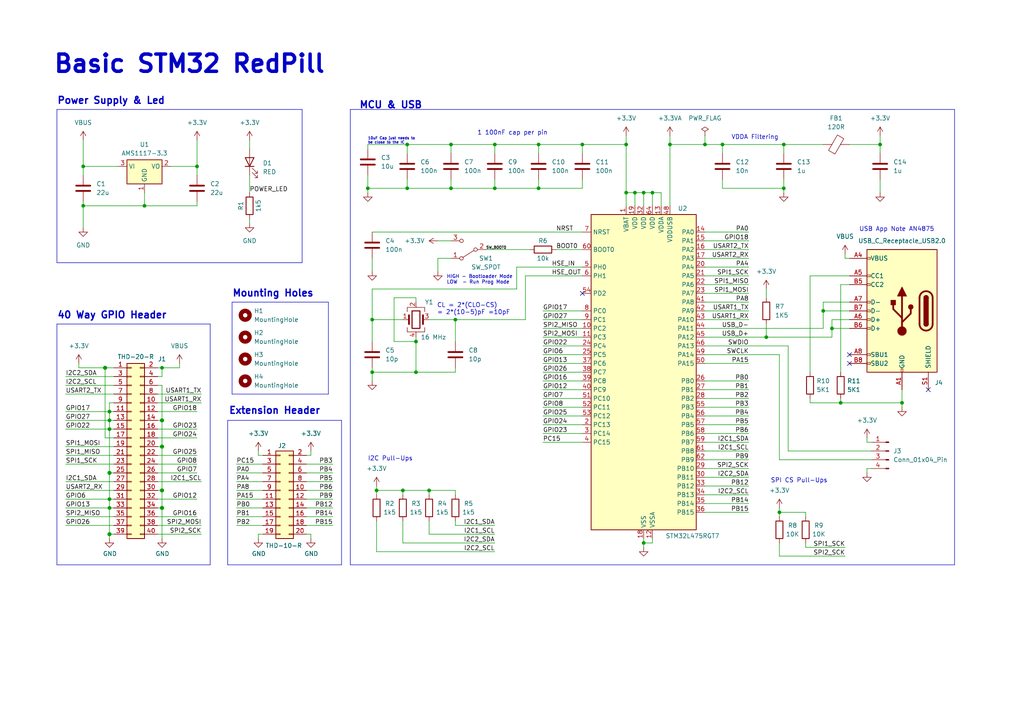
<source format=kicad_sch>
(kicad_sch (version 20250114) (generator "eeschema") (generator_version "9.0")
  (paper "A4")
  (title_block (title "Basic STM32 Redpill") (date "2025-06-16") (rev "0.1") (company "ADS"))
  (text "Power Supply & Led" (at 16.51 30.48 0) (effects (font (size 2 2) (thickness 0.4) (bold yes)) (justify left bottom)))
  (text "Mounting Holes" (at 67.31 86.36 0) (effects (font (size 2 2) (thickness 0.4) (bold yes)) (justify left bottom)))
  (text "I2C Pull-Ups" (at 106.68 133.858 0) (effects (font (size 1.27 1.27)) (justify left bottom)))
  (text "USB App Note AN4875" (at 249.174 67.31 0) (effects (font (size 1.27 1.27)) (justify left bottom)))
  (text "10uF Cap just needs to\nbe close to the IC\n" (at 106.68 41.91 0) (effects (font (size 0.75 0.75)) (justify left bottom)))
  (text "HIGH - Bootloader Mode\nLOW  - Run Prog Mode" (at 129.54 82.55 0) (effects (font (size 1 1)) (justify left bottom)))
  (text "Extension Header" (at 66.294 120.396 0) (effects (font (size 2 2) (thickness 0.4) (bold yes)) (justify left bottom)))
  (text "40 Way GPIO Header" (at 16.51 92.71 0) (effects (font (size 2 2) (thickness 0.4) (bold yes)) (justify left bottom)))
  (text "SPI CS Pull-Ups" (at 223.52 140.208 0) (effects (font (size 1.27 1.27)) (justify left bottom)))
  (text "VDDA Filtering" (at 212.09 40.64 0) (effects (font (size 1.27 1.27)) (justify left bottom)))
  (text "CL = 2*(CLO-CS) \n= 2*(10-5)pF =10pF" (at 126.746 91.44 0) (effects (font (size 1.27 1.27)) (justify left bottom)))
  (text "Basic STM32 RedPill" (at 15.24 21.59 0) (effects (font (size 5 5) (bold yes)) (justify left bottom)))
  (text "MCU & USB\n" (at 104.14 31.75 0) (effects (font (size 2 2) (bold yes)) (justify left bottom)))
  (text "1 100nF cap per pin\n" (at 138.43 39.37 0) (effects (font (size 1.27 1.27)) (justify left bottom)))
  (junction (at 31.75 124.46))
  (junction (at 132.08 92.71))
  (junction (at 31.75 119.38))
  (junction (at 46.99 129.54) (diameter 1.016))
  (junction (at 46.99 147.32) (diameter 1.016))
  (junction (at 120.65 107.95))
  (junction (at 41.91 59.69))
  (junction (at 130.81 41.91))
  (junction (at 24.13 48.26))
  (junction (at 46.99 121.92) (diameter 1.016))
  (junction (at 168.91 41.91))
  (junction (at 209.55 41.91))
  (junction (at 31.75 144.78))
  (junction (at 46.99 106.68))
  (junction (at 57.15 48.26))
  (junction (at 124.46 142.24))
  (junction (at 107.95 107.95))
  (junction (at 31.75 147.32))
  (junction (at 107.95 92.71))
  (junction (at 156.21 54.61))
  (junction (at 109.22 142.24))
  (junction (at 46.99 142.24) (diameter 1.016))
  (junction (at 227.33 41.91))
  (junction (at 241.3 95.25))
  (junction (at 31.75 137.16) (diameter 1.016))
  (junction (at 130.81 54.61))
  (junction (at 31.75 154.94) (diameter 1.016))
  (junction (at 116.84 142.24))
  (junction (at 143.51 41.91))
  (junction (at 226.06 148.59))
  (junction (at 30.48 106.68) (diameter 1.016))
  (junction (at 261.62 116.84))
  (junction (at 118.11 41.91))
  (junction (at 181.61 41.91))
  (junction (at 255.27 41.91))
  (junction (at 156.21 41.91))
  (junction (at 243.84 116.84))
  (junction (at 184.15 55.88))
  (junction (at 227.33 54.61))
  (junction (at 106.68 54.61))
  (junction (at 189.23 55.88))
  (junction (at 186.69 55.88))
  (junction (at 181.61 55.88))
  (junction (at 204.47 41.91))
  (junction (at 238.76 90.17))
  (junction (at 222.25 97.79))
  (junction (at 24.13 59.69))
  (junction (at 31.75 121.92))
  (junction (at 194.31 41.91))
  (junction (at 118.11 54.61))
  (junction (at 120.65 99.06))
  (junction (at 143.51 54.61))
  (junction (at 186.69 157.48))
  (no_connect (at 246.38 105.41))
  (no_connect (at 246.38 102.87))
  (no_connect (at 269.24 113.03))
  (no_connect (at 168.91 85.09))
  (wire (pts (xy 88.9 149.86) (xy 96.52 149.86)))
  (wire (pts (xy 234.95 115.57) (xy 234.95 116.84)))
  (wire (pts (xy 46.99 121.92) (xy 45.72 121.92)))
  (wire (pts (xy 31.75 154.94) (xy 31.75 156.21)))
  (wire (pts (xy 106.68 50.8) (xy 106.68 54.61)))
  (wire (pts (xy 106.68 54.61) (xy 118.11 54.61)))
  (wire (pts (xy 109.22 142.24) (xy 116.84 142.24)))
  (wire (pts (xy 107.95 107.95) (xy 107.95 110.49)))
  (wire (pts (xy 31.75 124.46) (xy 33.02 124.46)))
  (wire (pts (xy 241.3 95.25) (xy 241.3 92.71)))
  (wire (pts (xy 107.95 83.82) (xy 107.95 92.71)))
  (wire (pts (xy 204.47 67.31) (xy 217.17 67.31)))
  (polyline (pts (xy 95.25 114.3) (xy 67.31 114.3)))
  (wire (pts (xy 204.47 115.57) (xy 217.17 115.57)))
  (wire (pts (xy 19.05 111.76) (xy 33.02 111.76)))
  (wire (pts (xy 130.81 41.91) (xy 130.81 44.45)))
  (wire (pts (xy 19.05 121.92) (xy 31.75 121.92)))
  (wire (pts (xy 120.65 99.06) (xy 120.65 107.95)))
  (wire (pts (xy 74.93 132.08) (xy 76.2 132.08)))
  (wire (pts (xy 19.05 134.62) (xy 33.02 134.62)))
  (wire (pts (xy 204.47 82.55) (xy 217.17 82.55)))
  (wire (pts (xy 45.72 106.68) (xy 46.99 106.68)))
  (wire (pts (xy 157.48 125.73) (xy 168.91 125.73)))
  (wire (pts (xy 241.3 92.71) (xy 246.38 92.71)))
  (wire (pts (xy 194.31 39.37) (xy 194.31 41.91)))
  (wire (pts (xy 132.08 107.95) (xy 120.65 107.95)))
  (wire (pts (xy 116.84 151.13) (xy 116.84 157.48)))
  (wire (pts (xy 156.21 41.91) (xy 156.21 44.45)))
  (wire (pts (xy 118.11 41.91) (xy 130.81 41.91)))
  (wire (pts (xy 34.29 48.26) (xy 24.13 48.26)))
  (wire (pts (xy 156.21 41.91) (xy 168.91 41.91)))
  (wire (pts (xy 204.47 138.43) (xy 217.17 138.43)))
  (wire (pts (xy 157.48 128.27) (xy 168.91 128.27)))
  (wire (pts (xy 191.77 55.88) (xy 191.77 59.69)))
  (wire (pts (xy 204.47 102.87) (xy 226.06 102.87)))
  (wire (pts (xy 245.11 74.93) (xy 246.38 74.93)))
  (wire (pts (xy 246.38 87.63) (xy 238.76 87.63)))
  (wire (pts (xy 204.47 87.63) (xy 217.17 87.63)))
  (wire (pts (xy 109.22 140.97) (xy 109.22 142.24)))
  (wire (pts (xy 245.11 73.66) (xy 245.11 74.93)))
  (wire (pts (xy 31.75 144.78) (xy 33.02 144.78)))
  (wire (pts (xy 120.65 107.95) (xy 107.95 107.95)))
  (wire (pts (xy 168.91 54.61) (xy 168.91 52.07)))
  (wire (pts (xy 30.48 127) (xy 33.02 127)))
  (wire (pts (xy 46.99 147.32) (xy 46.99 142.24)))
  (wire (pts (xy 88.9 139.7) (xy 96.52 139.7)))
  (wire (pts (xy 161.29 72.39) (xy 168.91 72.39)))
  (wire (pts (xy 204.47 41.91) (xy 209.55 41.91)))
  (wire (pts (xy 88.9 137.16) (xy 96.52 137.16)))
  (wire (pts (xy 19.05 119.38) (xy 31.75 119.38)))
  (wire (pts (xy 30.48 106.68) (xy 30.48 127)))
  (wire (pts (xy 209.55 54.61) (xy 227.33 54.61)))
  (wire (pts (xy 130.81 41.91) (xy 143.51 41.91)))
  (wire (pts (xy 124.46 154.94) (xy 143.51 154.94)))
  (wire (pts (xy 251.46 128.27) (xy 252.73 128.27)))
  (wire (pts (xy 19.05 124.46) (xy 31.75 124.46)))
  (wire (pts (xy 107.95 74.93) (xy 107.95 78.74)))
  (wire (pts (xy 46.99 109.22) (xy 46.99 106.68)))
  (wire (pts (xy 204.47 110.49) (xy 217.17 110.49)))
  (wire (pts (xy 243.84 115.57) (xy 243.84 116.84)))
  (wire (pts (xy 157.48 90.17) (xy 168.91 90.17)))
  (wire (pts (xy 204.47 72.39) (xy 217.17 72.39)))
  (wire (pts (xy 68.58 149.86) (xy 76.2 149.86)))
  (wire (pts (xy 226.06 133.35) (xy 252.73 133.35)))
  (wire (pts (xy 114.3 99.06) (xy 120.65 99.06)))
  (wire (pts (xy 46.99 142.24) (xy 46.99 129.54)))
  (wire (pts (xy 132.08 92.71) (xy 132.08 99.06)))
  (wire (pts (xy 19.05 149.86) (xy 33.02 149.86)))
  (wire (pts (xy 45.72 124.46) (xy 57.15 124.46)))
  (wire (pts (xy 157.48 100.33) (xy 168.91 100.33)))
  (wire (pts (xy 251.46 127) (xy 251.46 128.27)))
  (wire (pts (xy 233.68 157.48) (xy 233.68 158.75)))
  (wire (pts (xy 157.48 97.79) (xy 168.91 97.79)))
  (wire (pts (xy 209.55 52.07) (xy 209.55 54.61)))
  (wire (pts (xy 186.69 157.48) (xy 186.69 158.75)))
  (wire (pts (xy 143.51 41.91) (xy 143.51 44.45)))
  (wire (pts (xy 149.86 77.47) (xy 149.86 83.82)))
  (wire (pts (xy 45.72 127) (xy 57.15 127)))
  (wire (pts (xy 226.06 161.29) (xy 245.11 161.29)))
  (wire (pts (xy 255.27 41.91) (xy 255.27 44.45)))
  (wire (pts (xy 186.69 156.21) (xy 186.69 157.48)))
  (wire (pts (xy 204.47 95.25) (xy 238.76 95.25)))
  (wire (pts (xy 157.48 107.95) (xy 168.91 107.95)))
  (wire (pts (xy 45.72 147.32) (xy 46.99 147.32)))
  (wire (pts (xy 57.15 40.64) (xy 57.15 48.26)))
  (wire (pts (xy 255.27 52.07) (xy 255.27 55.88)))
  (wire (pts (xy 204.47 85.09) (xy 217.17 85.09)))
  (wire (pts (xy 186.69 55.88) (xy 186.69 59.69)))
  (polyline (pts (xy 16.51 31.75) (xy 87.63 31.75)))
  (wire (pts (xy 24.13 40.64) (xy 24.13 48.26)))
  (wire (pts (xy 186.69 157.48) (xy 189.23 157.48)))
  (wire (pts (xy 31.75 147.32) (xy 31.75 154.94)))
  (wire (pts (xy 19.05 139.7) (xy 33.02 139.7)))
  (wire (pts (xy 19.05 132.08) (xy 33.02 132.08)))
  (wire (pts (xy 45.72 142.24) (xy 46.99 142.24)))
  (wire (pts (xy 227.33 41.91) (xy 227.33 44.45)))
  (wire (pts (xy 90.17 154.94) (xy 88.9 154.94)))
  (wire (pts (xy 90.17 156.21) (xy 90.17 154.94)))
  (polyline (pts (xy 276.86 31.75) (xy 276.86 163.83)))
  (wire (pts (xy 45.72 132.08) (xy 57.15 132.08)))
  (wire (pts (xy 46.99 111.76) (xy 46.99 121.92)))
  (polyline (pts (xy 60.96 163.83) (xy 16.51 163.83)))
  (polyline (pts (xy 99.06 163.83) (xy 66.04 163.83)))
  (wire (pts (xy 24.13 59.69) (xy 24.13 66.04)))
  (wire (pts (xy 227.33 41.91) (xy 238.76 41.91)))
  (wire (pts (xy 157.48 113.03) (xy 168.91 113.03)))
  (wire (pts (xy 227.33 54.61) (xy 227.33 52.07)))
  (wire (pts (xy 120.65 87.63) (xy 120.65 86.36)))
  (wire (pts (xy 72.39 40.64) (xy 72.39 43.18)))
  (polyline (pts (xy 16.51 163.83) (xy 16.51 93.98)))
  (wire (pts (xy 149.86 77.47) (xy 168.91 77.47)))
  (wire (pts (xy 106.68 54.61) (xy 106.68 55.88)))
  (wire (pts (xy 45.72 144.78) (xy 57.15 144.78)))
  (wire (pts (xy 24.13 59.69) (xy 41.91 59.69)))
  (wire (pts (xy 234.95 116.84) (xy 243.84 116.84)))
  (wire (pts (xy 31.75 144.78) (xy 31.75 147.32)))
  (wire (pts (xy 168.91 41.91) (xy 181.61 41.91)))
  (wire (pts (xy 189.23 156.21) (xy 189.23 157.48)))
  (wire (pts (xy 22.86 106.68) (xy 30.48 106.68)))
  (wire (pts (xy 31.75 119.38) (xy 31.75 121.92)))
  (wire (pts (xy 222.25 97.79) (xy 241.3 97.79)))
  (wire (pts (xy 132.08 92.71) (xy 152.4 92.71)))
  (wire (pts (xy 19.05 142.24) (xy 33.02 142.24)))
  (wire (pts (xy 46.99 147.32) (xy 46.99 156.21)))
  (wire (pts (xy 45.72 139.7) (xy 58.42 139.7)))
  (wire (pts (xy 226.06 161.29) (xy 226.06 157.48)))
  (wire (pts (xy 194.31 41.91) (xy 204.47 41.91)))
  (polyline (pts (xy 60.96 93.98) (xy 16.51 93.98)))
  (wire (pts (xy 88.9 147.32) (xy 96.52 147.32)))
  (wire (pts (xy 45.72 109.22) (xy 46.99 109.22)))
  (wire (pts (xy 106.68 43.18) (xy 106.68 41.91)))
  (wire (pts (xy 261.62 116.84) (xy 261.62 118.11)))
  (wire (pts (xy 24.13 48.26) (xy 24.13 50.8)))
  (wire (pts (xy 118.11 41.91) (xy 118.11 44.45)))
  (wire (pts (xy 238.76 90.17) (xy 246.38 90.17)))
  (polyline (pts (xy 95.25 87.63) (xy 95.25 114.3)))
  (wire (pts (xy 107.95 92.71) (xy 116.84 92.71)))
  (wire (pts (xy 228.6 130.81) (xy 252.73 130.81)))
  (wire (pts (xy 226.06 102.87) (xy 226.06 133.35)))
  (wire (pts (xy 88.9 142.24) (xy 96.52 142.24)))
  (wire (pts (xy 241.3 97.79) (xy 241.3 95.25)))
  (wire (pts (xy 127 74.93) (xy 130.81 74.93)))
  (wire (pts (xy 226.06 148.59) (xy 226.06 149.86)))
  (wire (pts (xy 246.38 95.25) (xy 241.3 95.25)))
  (wire (pts (xy 143.51 54.61) (xy 156.21 54.61)))
  (wire (pts (xy 222.25 93.98) (xy 222.25 97.79)))
  (wire (pts (xy 243.84 116.84) (xy 261.62 116.84)))
  (wire (pts (xy 140.97 72.39) (xy 153.67 72.39)))
  (wire (pts (xy 24.13 58.42) (xy 24.13 59.69)))
  (wire (pts (xy 124.46 142.24) (xy 132.08 142.24)))
  (wire (pts (xy 181.61 41.91) (xy 181.61 55.88)))
  (wire (pts (xy 124.46 142.24) (xy 124.46 143.51)))
  (wire (pts (xy 46.99 106.68) (xy 52.07 106.68)))
  (wire (pts (xy 31.75 137.16) (xy 31.75 144.78)))
  (polyline (pts (xy 99.06 121.92) (xy 66.04 121.92)))
  (wire (pts (xy 45.72 152.4) (xy 58.42 152.4)))
  (wire (pts (xy 107.95 106.68) (xy 107.95 107.95)))
  (wire (pts (xy 45.72 137.16) (xy 57.15 137.16)))
  (wire (pts (xy 130.81 54.61) (xy 143.51 54.61)))
  (wire (pts (xy 127 78.74) (xy 127 74.93)))
  (polyline (pts (xy 67.31 87.63) (xy 95.25 87.63)))
  (polyline (pts (xy 60.96 93.98) (xy 60.96 163.83)))
  (polyline (pts (xy 99.06 121.92) (xy 99.06 163.83)))
  (wire (pts (xy 233.68 158.75) (xy 245.11 158.75)))
  (wire (pts (xy 107.95 92.71) (xy 107.95 99.06)))
  (wire (pts (xy 31.75 124.46) (xy 31.75 137.16)))
  (wire (pts (xy 194.31 41.91) (xy 194.31 59.69)))
  (polyline (pts (xy 66.04 121.92) (xy 66.04 163.83)))
  (wire (pts (xy 251.46 135.89) (xy 252.73 135.89)))
  (wire (pts (xy 209.55 41.91) (xy 209.55 44.45)))
  (wire (pts (xy 127 69.85) (xy 130.81 69.85)))
  (wire (pts (xy 157.48 118.11) (xy 168.91 118.11)))
  (wire (pts (xy 209.55 41.91) (xy 227.33 41.91)))
  (polyline (pts (xy 101.6 31.75) (xy 276.86 31.75)))
  (polyline (pts (xy 276.86 163.83) (xy 101.6 163.83)))
  (wire (pts (xy 157.48 105.41) (xy 168.91 105.41)))
  (wire (pts (xy 33.02 116.84) (xy 31.75 116.84)))
  (wire (pts (xy 120.65 99.06) (xy 120.65 97.79)))
  (wire (pts (xy 22.86 105.41) (xy 22.86 106.68)))
  (wire (pts (xy 31.75 119.38) (xy 33.02 119.38)))
  (wire (pts (xy 118.11 54.61) (xy 130.81 54.61)))
  (wire (pts (xy 234.95 107.95) (xy 234.95 80.01)))
  (wire (pts (xy 204.47 69.85) (xy 217.17 69.85)))
  (wire (pts (xy 228.6 100.33) (xy 228.6 130.81)))
  (wire (pts (xy 41.91 59.69) (xy 57.15 59.69)))
  (wire (pts (xy 52.07 105.41) (xy 52.07 106.68)))
  (wire (pts (xy 189.23 55.88) (xy 189.23 59.69)))
  (wire (pts (xy 204.47 105.41) (xy 217.17 105.41)))
  (wire (pts (xy 157.48 120.65) (xy 168.91 120.65)))
  (wire (pts (xy 204.47 39.37) (xy 204.47 41.91)))
  (wire (pts (xy 204.47 130.81) (xy 217.17 130.81)))
  (wire (pts (xy 132.08 142.24) (xy 132.08 143.51)))
  (wire (pts (xy 19.05 144.78) (xy 31.75 144.78)))
  (wire (pts (xy 132.08 151.13) (xy 132.08 152.4)))
  (wire (pts (xy 156.21 54.61) (xy 168.91 54.61)))
  (wire (pts (xy 31.75 137.16) (xy 33.02 137.16)))
  (wire (pts (xy 124.46 92.71) (xy 132.08 92.71)))
  (wire (pts (xy 227.33 54.61) (xy 227.33 55.88)))
  (wire (pts (xy 90.17 132.08) (xy 90.17 130.81)))
  (wire (pts (xy 204.47 100.33) (xy 228.6 100.33)))
  (wire (pts (xy 31.75 121.92) (xy 33.02 121.92)))
  (wire (pts (xy 31.75 116.84) (xy 31.75 119.38)))
  (wire (pts (xy 19.05 152.4) (xy 33.02 152.4)))
  (wire (pts (xy 204.47 128.27) (xy 217.17 128.27)))
  (wire (pts (xy 68.58 134.62) (xy 76.2 134.62)))
  (wire (pts (xy 116.84 142.24) (xy 124.46 142.24)))
  (wire (pts (xy 243.84 107.95) (xy 243.84 82.55)))
  (wire (pts (xy 149.86 83.82) (xy 107.95 83.82)))
  (wire (pts (xy 45.72 119.38) (xy 57.15 119.38)))
  (wire (pts (xy 57.15 48.26) (xy 57.15 50.8)))
  (wire (pts (xy 204.47 92.71) (xy 217.17 92.71)))
  (wire (pts (xy 189.23 55.88) (xy 191.77 55.88)))
  (wire (pts (xy 88.9 134.62) (xy 96.52 134.62)))
  (wire (pts (xy 157.48 110.49) (xy 168.91 110.49)))
  (wire (pts (xy 109.22 142.24) (xy 109.22 143.51)))
  (wire (pts (xy 68.58 152.4) (xy 76.2 152.4)))
  (wire (pts (xy 106.68 41.91) (xy 118.11 41.91)))
  (wire (pts (xy 157.48 92.71) (xy 168.91 92.71)))
  (wire (pts (xy 19.05 109.22) (xy 33.02 109.22)))
  (wire (pts (xy 233.68 149.86) (xy 233.68 148.59)))
  (wire (pts (xy 152.4 80.01) (xy 168.91 80.01)))
  (wire (pts (xy 204.47 80.01) (xy 217.17 80.01)))
  (wire (pts (xy 204.47 143.51) (xy 217.17 143.51)))
  (wire (pts (xy 45.72 134.62) (xy 57.15 134.62)))
  (wire (pts (xy 204.47 90.17) (xy 217.17 90.17)))
  (wire (pts (xy 204.47 123.19) (xy 217.17 123.19)))
  (wire (pts (xy 68.58 139.7) (xy 76.2 139.7)))
  (wire (pts (xy 31.75 121.92) (xy 31.75 124.46)))
  (wire (pts (xy 246.38 41.91) (xy 255.27 41.91)))
  (wire (pts (xy 204.47 140.97) (xy 217.17 140.97)))
  (wire (pts (xy 88.9 132.08) (xy 90.17 132.08)))
  (wire (pts (xy 143.51 52.07) (xy 143.51 54.61)))
  (wire (pts (xy 72.39 63.5) (xy 72.39 64.77)))
  (wire (pts (xy 184.15 55.88) (xy 186.69 55.88)))
  (wire (pts (xy 234.95 80.01) (xy 246.38 80.01)))
  (wire (pts (xy 72.39 50.8) (xy 72.39 55.88)))
  (wire (pts (xy 184.15 55.88) (xy 184.15 59.69)))
  (wire (pts (xy 45.72 111.76) (xy 46.99 111.76)))
  (wire (pts (xy 68.58 144.78) (xy 76.2 144.78)))
  (wire (pts (xy 68.58 137.16) (xy 76.2 137.16)))
  (wire (pts (xy 204.47 113.03) (xy 217.17 113.03)))
  (wire (pts (xy 157.48 115.57) (xy 168.91 115.57)))
  (wire (pts (xy 132.08 106.68) (xy 132.08 107.95)))
  (wire (pts (xy 120.65 86.36) (xy 114.3 86.36)))
  (wire (pts (xy 181.61 55.88) (xy 181.61 59.69)))
  (polyline (pts (xy 87.63 76.2) (xy 16.51 76.2)))
  (wire (pts (xy 68.58 142.24) (xy 76.2 142.24)))
  (wire (pts (xy 57.15 59.69) (xy 57.15 58.42)))
  (wire (pts (xy 19.05 147.32) (xy 31.75 147.32)))
  (wire (pts (xy 157.48 102.87) (xy 168.91 102.87)))
  (wire (pts (xy 45.72 114.3) (xy 58.42 114.3)))
  (wire (pts (xy 168.91 41.91) (xy 168.91 44.45)))
  (wire (pts (xy 186.69 55.88) (xy 189.23 55.88)))
  (wire (pts (xy 45.72 116.84) (xy 58.42 116.84)))
  (polyline (pts (xy 101.6 31.75) (xy 101.6 163.83)))
  (wire (pts (xy 222.25 83.82) (xy 222.25 86.36)))
  (wire (pts (xy 118.11 52.07) (xy 118.11 54.61)))
  (wire (pts (xy 226.06 148.59) (xy 233.68 148.59)))
  (wire (pts (xy 204.47 125.73) (xy 217.17 125.73)))
  (wire (pts (xy 181.61 55.88) (xy 184.15 55.88)))
  (wire (pts (xy 204.47 146.05) (xy 217.17 146.05)))
  (wire (pts (xy 238.76 95.25) (xy 238.76 90.17)))
  (wire (pts (xy 41.91 55.88) (xy 41.91 59.69)))
  (wire (pts (xy 156.21 52.07) (xy 156.21 54.61)))
  (wire (pts (xy 107.95 67.31) (xy 168.91 67.31)))
  (wire (pts (xy 204.47 118.11) (xy 217.17 118.11)))
  (wire (pts (xy 109.22 151.13) (xy 109.22 160.02)))
  (wire (pts (xy 31.75 154.94) (xy 33.02 154.94)))
  (wire (pts (xy 243.84 82.55) (xy 246.38 82.55)))
  (wire (pts (xy 124.46 151.13) (xy 124.46 154.94)))
  (wire (pts (xy 88.9 152.4) (xy 96.52 152.4)))
  (wire (pts (xy 238.76 87.63) (xy 238.76 90.17)))
  (polyline (pts (xy 67.31 87.63) (xy 67.31 114.3)))
  (wire (pts (xy 88.9 144.78) (xy 96.52 144.78)))
  (wire (pts (xy 261.62 113.03) (xy 261.62 116.84)))
  (wire (pts (xy 255.27 39.37) (xy 255.27 41.91)))
  (wire (pts (xy 46.99 121.92) (xy 46.99 129.54)))
  (wire (pts (xy 68.58 147.32) (xy 76.2 147.32)))
  (wire (pts (xy 226.06 147.32) (xy 226.06 148.59)))
  (wire (pts (xy 31.75 147.32) (xy 33.02 147.32)))
  (wire (pts (xy 204.47 135.89) (xy 217.17 135.89)))
  (wire (pts (xy 33.02 106.68) (xy 30.48 106.68)))
  (wire (pts (xy 45.72 149.86) (xy 57.15 149.86)))
  (wire (pts (xy 46.99 129.54) (xy 45.72 129.54)))
  (wire (pts (xy 114.3 86.36) (xy 114.3 99.06)))
  (wire (pts (xy 251.46 137.16) (xy 251.46 135.89)))
  (wire (pts (xy 152.4 92.71) (xy 152.4 80.01)))
  (wire (pts (xy 109.22 160.02) (xy 143.51 160.02)))
  (wire (pts (xy 204.47 97.79) (xy 222.25 97.79)))
  (wire (pts (xy 74.93 154.94) (xy 76.2 154.94)))
  (wire (pts (xy 74.93 130.81) (xy 74.93 132.08)))
  (wire (pts (xy 157.48 123.19) (xy 168.91 123.19)))
  (wire (pts (xy 204.47 77.47) (xy 217.17 77.47)))
  (polyline (pts (xy 87.63 31.75) (xy 87.63 76.2)))
  (wire (pts (xy 116.84 142.24) (xy 116.84 143.51)))
  (wire (pts (xy 204.47 148.59) (xy 217.17 148.59)))
  (wire (pts (xy 204.47 74.93) (xy 217.17 74.93)))
  (wire (pts (xy 157.48 95.25) (xy 168.91 95.25)))
  (polyline (pts (xy 16.51 31.75) (xy 16.51 76.2)))
  (wire (pts (xy 132.08 152.4) (xy 143.51 152.4)))
  (wire (pts (xy 130.81 52.07) (xy 130.81 54.61)))
  (wire (pts (xy 143.51 41.91) (xy 156.21 41.91)))
  (wire (pts (xy 49.53 48.26) (xy 57.15 48.26)))
  (wire (pts (xy 181.61 39.37) (xy 181.61 41.91)))
  (wire (pts (xy 74.93 156.21) (xy 74.93 154.94)))
  (wire (pts (xy 19.05 114.3) (xy 33.02 114.3)))
  (wire (pts (xy 45.72 154.94) (xy 58.42 154.94)))
  (wire (pts (xy 204.47 120.65) (xy 217.17 120.65)))
  (wire (pts (xy 204.47 133.35) (xy 217.17 133.35)))
  (wire (pts (xy 19.05 129.54) (xy 33.02 129.54)))
  (wire (pts (xy 116.84 157.48) (xy 143.51 157.48)))
  (label "GPIO18" (at 57.15 119.38 180))
  (label "SPI2_MOSI" (at 58.42 152.4 180))
  (label "I2C1_SCL" (at 58.42 139.7 180))
  (label "USART2_TX" (at 19.05 114.3 0))
  (label "GPIO17" (at 157.48 90.17 0))
  (label "PB1" (at 68.58 149.86 0))
  (label "PB6" (at 96.52 142.24 180))
  (label "PA4" (at 68.58 139.7 0))
  (label "NRST" (at 161.29 67.31 0))
  (label "SPI1_SCK" (at 19.05 134.62 0))
  (label "I2C2_SDA" (at 143.51 157.48 180))
  (label "PA15" (at 217.17 105.41 180))
  (label "I2C1_SCL" (at 217.17 130.81 180))
  (label "PB4" (at 217.17 120.65 180))
  (label "GPIO22" (at 19.05 124.46 0))
  (label "GPIO7" (at 157.48 115.57 0))
  (label "SPI1_SCK" (at 245.11 158.75 180))
  (label "PB15" (at 96.52 152.4 180))
  (label "GPIO12" (at 57.15 144.78 180))
  (label "USART2_RX" (at 19.05 142.24 0))
  (label "GPIO6" (at 19.05 144.78 0))
  (label "USB_D+" (at 217.17 97.79 180))
  (label "HSE_OUT" (at 160.02 80.01 0))
  (label "PB14" (at 217.17 146.05 180))
  (label "PC15" (at 68.58 134.62 0))
  (label "PB3" (at 96.52 134.62 180))
  (label "I2C1_SDA" (at 19.05 139.7 0))
  (label "SPI2_MOSI" (at 157.48 97.79 0))
  (label "PA0" (at 68.58 137.16 0))
  (label "SPI1_MOSI" (at 217.17 85.09 180))
  (label "PB4" (at 96.52 137.16 180))
  (label "GPIO26" (at 157.48 107.95 0))
  (label "GPIO16" (at 57.15 149.86 180))
  (label "SWCLK" (at 217.17 102.87 180))
  (label "GPIO22" (at 157.48 100.33 0))
  (label "GPIO24" (at 157.48 123.19 0))
  (label "I2C1_SDA" (at 217.17 128.27 180))
  (label "SPI1_MISO" (at 217.17 82.55 180))
  (label "PB5" (at 217.17 123.19 180))
  (label "PB9" (at 217.17 133.35 180))
  (label "PB1" (at 217.17 113.03 180))
  (label "PA0" (at 217.17 67.31 180))
  (label "USART1_RX" (at 58.42 116.84 180))
  (label "GPIO25" (at 57.15 132.08 180))
  (label "SPI2_SCK" (at 58.42 154.94 180))
  (label "I2C1_SCL" (at 143.51 154.94 180))
  (label "I2C2_SCL" (at 19.05 111.76 0))
  (label "GPIO18" (at 217.17 69.85 180))
  (label "POWER_LED" (at 72.39 55.88 0))
  (label "PB3" (at 217.17 118.11 180))
  (label "PB12" (at 217.17 140.97 180))
  (label "SPI2_MISO" (at 157.48 95.25 0))
  (label "BOOT0" (at 161.29 72.39 0))
  (label "PB2" (at 68.58 152.4 0))
  (label "SPI2_SCK" (at 245.11 161.29 180))
  (label "USART2_TX" (at 217.17 72.39 180))
  (label "PA4" (at 217.17 77.47 180))
  (label "GPIO24" (at 57.15 127 180))
  (label "PB15" (at 217.17 148.59 180))
  (label "GPIO25" (at 157.48 120.65 0))
  (label "GPIO6" (at 157.48 102.87 0))
  (label "SPI1_SCK" (at 217.17 80.01 180))
  (label "USART1_TX" (at 58.42 114.3 180))
  (label "USART1_TX" (at 217.17 90.17 180))
  (label "PB9" (at 96.52 144.78 180))
  (label "PB5" (at 96.52 139.7 180))
  (label "GPIO8" (at 57.15 134.62 180))
  (label "PB12" (at 96.52 147.32 180))
  (label "GPIO17" (at 19.05 119.38 0))
  (label "PA15" (at 68.58 144.78 0))
  (label "PB6" (at 217.17 125.73 180))
  (label "PB14" (at 96.52 149.86 180))
  (label "GPIO26" (at 19.05 152.4 0))
  (label "PB0" (at 217.17 110.49 180))
  (label "PA8" (at 68.58 142.24 0))
  (label "PB2" (at 217.17 115.57 180))
  (label "SPI2_SCK" (at 217.17 135.89 180))
  (label "I2C2_SCL" (at 217.17 143.51 180))
  (label "PB0" (at 68.58 147.32 0))
  (label "GPIO13" (at 19.05 147.32 0))
  (label "I2C2_SDA" (at 217.17 138.43 180))
  (label "GPIO23" (at 157.48 125.73 0))
  (label "SPI1_MOSI" (at 19.05 129.54 0))
  (label "GPIO12" (at 157.48 113.03 0))
  (label "I2C1_SDA" (at 143.51 152.4 180))
  (label "PA8" (at 217.17 87.63 180))
  (label "GPIO7" (at 57.15 137.16 180))
  (label "SPI1_MISO" (at 19.05 132.08 0))
  (label "GPIO8" (at 157.48 118.11 0))
  (label "GPIO27" (at 19.05 121.92 0))
  (label "GPIO23" (at 57.15 124.46 180))
  (label "PC15" (at 157.48 128.27 0))
  (label "GPIO16" (at 157.48 110.49 0))
  (label "I2C2_SCL" (at 143.51 160.02 180))
  (label "USART2_RX" (at 217.17 74.93 180))
  (label "SPI2_MISO" (at 19.05 149.86 0))
  (label "SWDIO" (at 217.17 100.33 180))
  (label "GPIO13" (at 157.48 105.41 0))
  (label "HSE_IN" (at 160.02 77.47 0))
  (label "SW_BOOT0" (at 140.97 72.39 0) (effects (font (size 0.75 0.75))))
  (label "USART1_RX" (at 217.17 92.71 180))
  (label "USB_D-" (at 217.17 95.25 180))
  (label "I2C2_SDA" (at 19.05 109.22 0))
  (label "GPIO27" (at 157.48 92.71 0))
  (symbol (lib_id "power:GND") (at 46.99 156.21 0) (unit 1)
    (property "Reference" "#PWR05" (effects (hide yes)))
    (property "Value" "GND" (at 47.117 160.6042 0))
    (property "Description" "Power symbol creates a global label with name \"GND\" , ground" (effects (hide yes)))
  )
  (symbol (lib_id "power:GND") (at 31.75 156.21 0) (unit 1)
    (property "Reference" "#PWR04" (effects (hide yes)))
    (property "Value" "GND" (at 31.877 160.6042 0))
    (property "Description" "Power symbol creates a global label with name \"GND\" , ground" (effects (hide yes)))
  )
  (symbol (lib_id "power:GND") (at 186.69 158.75 0) (unit 1)
    (property "Reference" "#PWR021" (effects (hide yes)))
    (property "Value" "GND" (effects (hide yes)))
  )
  (symbol (lib_id "power:+3.3V") (at 251.46 127 0) (unit 1)
    (property "Reference" "#PWR027" (effects (hide yes)))
    (property "Value" "+3.3V" (at 251.46 121.92 0))
  )
  (symbol (lib_id "power:GND") (at 255.27 55.88 0) (unit 1)
    (property "Reference" "#PWR030" (effects (hide yes)))
    (property "Value" "GND" (effects (hide yes)))
  )
  (symbol (lib_id "power:+3.3V") (at 72.39 40.64 0) (unit 1)
    (property "Reference" "#PWR08" (effects (hide yes)))
    (property "Value" "+3.3V" (at 72.39 35.56 0))
  )
  (symbol (lib_id "power:GND") (at 127 78.74 0) (unit 1)
    (property "Reference" "#PWR019" (effects (hide yes)))
    (property "Value" "GND" (effects (hide yes)))
  )
  (symbol (lib_id "Connector_Generic:Conn_02x10_Odd_Even") (at 81.28 142.24 0) (unit 1)
    (property "Reference" "J2" (at 81.788 129.286 0))
    (property "Value" "THD-10-R" (at 82.296 158.242 0))
    (property "Footprint" "Connector_PinHeader_2.54mm:PinHeader_2x10_P2.54mm_Vertical" (effects (hide yes)))
    (property "Description" "Generic connector, double row, 02x10, odd/even pin numbering scheme (row 1 odd numbers, row 2 even numbers), script generated (kicad-library-utils/schlib/autogen/connector/)" (effects (hide yes)))
    (property "Field4" "Toby" (effects (hide yes)))
    (property "Field5" "THD-20-R" (effects (hide yes)))
    (property "Field6" "THD-20-R" (effects (hide yes)))
    (property "Field7" "Toby" (effects (hide yes)))
    (property "Field8" "UCON00511" (effects (hide yes)))
    (property "Part Description" "PinHeader_2x20_P2.54mm_Vertical" (effects (hide yes)))
  )
  (symbol (lib_id "Mechanical:MountingHole") (at 71.12 97.79 0) (unit 1)
    (property "Reference" "H2" (at 73.66 96.52 0) (effects (justify left)))
    (property "Value" "MountingHole" (at 73.66 99.06 0) (effects (justify left)))
    (property "Footprint" "MountingHole:MountingHole_2.2mm_M2" (effects (hide yes)))
  )
  (symbol (lib_id "Device:Crystal_GND24") (at 120.65 92.71 0) (unit 1)
    (property "Reference" "Y1" (at 124.46 87.63 0))
    (property "Value" "16 MHz" (at 125.73 97.79 0))
    (property "Footprint" "Crystal:Crystal_SMD_3225-4Pin_3.2x2.5mm" (effects (hide yes)))
  )
  (symbol (lib_id "Mechanical:MountingHole") (at 71.12 110.49 0) (unit 1)
    (property "Reference" "H4" (at 73.66 109.22 0) (effects (justify left)))
    (property "Value" "MountingHole" (at 73.66 111.76 0) (effects (justify left)))
    (property "Footprint" "MountingHole:MountingHole_2.2mm_M2" (effects (hide yes)))
  )
  (symbol (lib_id "power:VBUS") (at 24.13 40.64 0) (unit 1)
    (property "Reference" "#PWR02" (effects (hide yes)))
    (property "Value" "VBUS" (at 24.13 35.56 0))
  )
  (symbol (lib_id "Device:C") (at 143.51 48.26 0) (unit 1)
    (property "Reference" "C9" (at 147.32 46.99 0) (effects (justify left)))
    (property "Value" "100n" (at 147.32 49.53 0) (effects (justify left)))
    (property "Footprint" "Capacitor_SMD:C_0402_1005Metric" (effects (hide yes)))
  )
  (symbol (lib_id "power:+3.3V") (at 90.17 130.81 0) (unit 1)
    (property "Reference" "#PWR012" (effects (hide yes)))
    (property "Value" "+3.3V" (at 90.17 125.73 0))
  )
  (symbol (lib_id "power:PWR_FLAG") (at 204.47 39.37 0) (unit 1)
    (property "Reference" "#FLG01" (effects (hide yes)))
    (property "Value" "PWR_FLAG" (at 204.47 34.29 0))
  )
  (symbol (lib_id "power:+3.3V") (at 74.93 130.81 0) (unit 1)
    (property "Reference" "#PWR010" (effects (hide yes)))
    (property "Value" "+3.3V" (at 74.93 125.73 0))
  )
  (symbol (lib_id "Switch:SW_SPDT") (at 135.89 72.39 180) (unit 1)
    (property "Reference" "SW1" (at 140.97 74.93 0))
    (property "Value" "SW_SPDT" (at 140.97 77.47 0))
    (property "Footprint" "Button_Switch_SMD:SW_SPDT_PCM12" (effects (hide yes)))
  )
  (symbol (lib_id "power:GND") (at 24.13 66.04 0) (unit 1)
    (property "Reference" "#PWR03" (effects (hide yes)))
    (property "Value" "GND" (at 24.13 71.12 0))
  )
  (symbol (lib_id "Device:C") (at 107.95 102.87 0) (unit 1)
    (property "Reference" "C5" (at 111.76 101.6 0) (effects (justify left)))
    (property "Value" "10p" (at 111.76 104.14 0) (effects (justify left)))
    (property "Footprint" "Capacitor_SMD:C_0402_1005Metric" (effects (hide yes)))
  )
  (symbol (lib_id "power:GND") (at 107.95 110.49 0) (unit 1)
    (property "Reference" "#PWR016" (effects (hide yes)))
    (property "Value" "GND" (effects (hide yes)))
  )
  (symbol (lib_id "power:+3.3VA") (at 194.31 39.37 0) (unit 1)
    (property "Reference" "#PWR022" (effects (hide yes)))
    (property "Value" "+3.3VA" (at 194.31 34.29 0))
  )
  (symbol (lib_id "Device:C") (at 227.33 48.26 0) (unit 1)
    (property "Reference" "C13" (at 231.14 46.99 0) (effects (justify left)))
    (property "Value" "1u" (at 231.14 49.53 0) (effects (justify left)))
    (property "Footprint" "Capacitor_SMD:C_0402_1005Metric" (effects (hide yes)))
  )
  (symbol (lib_id "Device:R") (at 116.84 147.32 180) (unit 1)
    (property "Reference" "R3" (at 120.65 146.05 0))
    (property "Value" "1k5" (at 120.65 148.59 0))
    (property "Footprint" "Resistor_SMD:R_0402_1005Metric" (effects (hide yes)))
  )
  (symbol (lib_id "Mechanical:MountingHole") (at 71.12 91.44 0) (unit 1)
    (property "Reference" "H1" (at 73.66 90.17 0) (effects (justify left)))
    (property "Value" "MountingHole" (at 73.66 92.71 0) (effects (justify left)))
    (property "Footprint" "MountingHole:MountingHole_2.2mm_M2" (effects (hide yes)))
  )
  (symbol (lib_id "power:+3.3V") (at 255.27 39.37 0) (unit 1)
    (property "Reference" "#PWR029" (effects (hide yes)))
    (property "Value" "+3.3V" (at 255.27 34.29 0))
  )
  (symbol (lib_id "Device:R") (at 157.48 72.39 90) (unit 1)
    (property "Reference" "R6" (at 157.48 69.85 90))
    (property "Value" "10k" (at 157.48 74.93 90))
    (property "Footprint" "Resistor_SMD:R_0402_1005Metric" (effects (hide yes)))
  )
  (symbol (lib_id "Connector_Generic:Conn_02x20_Odd_Even") (at 38.1 129.54 0) (unit 1)
    (property "Reference" "J1" (at 46.99 104.14 0))
    (property "Value" "THD-20-R" (at 39.37 103.4796 0))
    (property "Footprint" "Connector_PinHeader_2.54mm:PinHeader_2x20_P2.54mm_Vertical" (effects (hide yes)))
    (property "Datasheet" "https://www.toby.co.uk/uploads/publications/1673.pdf" (effects (hide yes)))
    (property "Field4" "Toby" (effects (hide yes)))
    (property "Field5" "THD-20-R" (effects (hide yes)))
    (property "Field6" "THD-20-R" (effects (hide yes)))
    (property "Field7" "Toby" (effects (hide yes)))
    (property "Field8" "UCON00511" (effects (hide yes)))
    (property "Part Description" "PinHeader_2x20_P2.54mm_Vertical" (effects (hide yes)))
  )
  (symbol (lib_id "Device:FerriteBead") (at 242.57 41.91 90) (unit 1)
    (property "Reference" "FB1" (at 242.5192 34.29 90))
    (property "Value" "120R" (at 242.5192 36.83 90))
    (property "Footprint" "Inductor_SMD:L_0603_1608Metric" (effects (hide yes)))
  )
  (symbol (lib_id "power:+3.3V") (at 109.22 140.97 0) (unit 1)
    (property "Reference" "#PWR017" (effects (hide yes)))
    (property "Value" "+3.3V" (at 109.22 135.89 0))
  )
  (symbol (lib_id "Device:C") (at 130.81 48.26 0) (unit 1)
    (property "Reference" "C7" (at 134.62 46.99 0) (effects (justify left)))
    (property "Value" "100n" (at 134.62 49.53 0) (effects (justify left)))
    (property "Footprint" "Capacitor_SMD:C_0402_1005Metric" (effects (hide yes)))
  )
  (symbol (lib_id "power:GND") (at 72.39 64.77 0) (unit 1)
    (property "Reference" "#PWR09" (effects (hide yes)))
    (property "Value" "GND" (at 72.39 69.85 0))
  )
  (symbol (lib_id "Device:C") (at 118.11 48.26 0) (unit 1)
    (property "Reference" "C6" (at 121.92 46.99 0) (effects (justify left)))
    (property "Value" "100n" (at 121.92 49.53 0) (effects (justify left)))
    (property "Footprint" "Capacitor_SMD:C_0402_1005Metric" (effects (hide yes)))
  )
  (symbol (lib_id "Device:LED") (at 72.39 46.99 90) (unit 1)
    (property "Reference" "D1" (at 76.2 47.3075 90) (effects (justify right)))
    (property "Value" "RED" (at 76.2 49.8475 90) (effects (justify right)))
    (property "Footprint" "LED_SMD:LED_0603_1608Metric" (effects (hide yes)))
  )
  (symbol (lib_id "Device:C") (at 106.68 46.99 0) (unit 1)
    (property "Reference" "C3" (at 110.49 45.72 0) (effects (justify left)))
    (property "Value" "10u" (at 110.49 48.26 0) (effects (justify left)))
    (property "Footprint" "Capacitor_SMD:C_0603_1608Metric" (effects (hide yes)))
  )
  (symbol (lib_id "Device:C") (at 255.27 48.26 0) (unit 1)
    (property "Reference" "C14" (at 259.08 46.99 0) (effects (justify left)))
    (property "Value" "1u" (at 259.08 49.53 0) (effects (justify left)))
    (property "Footprint" "Capacitor_SMD:C_0402_1005Metric" (effects (hide yes)))
  )
  (symbol (lib_id "Device:R") (at 226.06 153.67 180) (unit 1)
    (property "Reference" "R8" (at 229.87 152.4 0))
    (property "Value" "10K" (at 229.87 154.94 0))
    (property "Footprint" "Resistor_SMD:R_0402_1005Metric" (effects (hide yes)))
  )
  (symbol (lib_id "Device:C") (at 209.55 48.26 0) (unit 1)
    (property "Reference" "C12" (at 213.36 46.99 0) (effects (justify left)))
    (property "Value" "10n" (at 213.36 49.53 0) (effects (justify left)))
    (property "Footprint" "Capacitor_SMD:C_0402_1005Metric" (effects (hide yes)))
  )
  (symbol (lib_id "power:GND") (at 106.68 55.88 0) (unit 1)
    (property "Reference" "#PWR014" (effects (hide yes)))
    (property "Value" "GND" (effects (hide yes)))
  )
  (symbol (lib_id "Device:R") (at 132.08 147.32 180) (unit 1)
    (property "Reference" "R5" (at 135.89 146.05 0))
    (property "Value" "1k5" (at 135.89 148.59 0))
    (property "Footprint" "Resistor_SMD:R_0402_1005Metric" (effects (hide yes)))
  )
  (symbol (lib_id "Device:C") (at 132.08 102.87 0) (unit 1)
    (property "Reference" "C8" (at 135.89 101.6 0) (effects (justify left)))
    (property "Value" "10p" (at 135.89 104.14 0) (effects (justify left)))
    (property "Footprint" "Capacitor_SMD:C_0402_1005Metric" (effects (hide yes)))
  )
  (symbol (lib_id "power:+3.3V") (at 226.06 147.32 0) (unit 1)
    (property "Reference" "#PWR024" (effects (hide yes)))
    (property "Value" "+3.3V" (at 226.06 142.24 0))
  )
  (symbol (lib_id "power:VBUS") (at 245.11 73.66 0) (unit 1)
    (property "Reference" "#PWR026" (effects (hide yes)))
    (property "Value" "VBUS" (at 245.11 68.58 0))
  )
  (symbol (lib_id "Connector:USB_C_Receptacle_USB2.0_16P") (at 261.62 90.17 0) (mirror y) (unit 1)
    (property "Reference" "J4" (at 272.288 110.998 0))
    (property "Value" "USB_C_Receptacle_USB2.0" (at 261.62 69.85 0))
    (property "Footprint" "Connector_USB:USB_C_Receptacle_GCT_USB4105-xx-A_16P_TopMnt_Horizontal" (effects (hide yes)))
    (property "Datasheet" "https://www.usb.org/sites/default/files/documents/usb_type-c.zip" (effects (hide yes)))
    (property "Field5" "USBF31-0171" (effects (hide yes)))
    (property "Field6" "USBF31-0171" (effects (hide yes)))
    (property "Field7" "MTCONN" (effects (hide yes)))
    (property "Part Description" "USBC USB2 data and power connector" (effects (hide yes)))
  )
  (symbol (lib_id "Device:R") (at 222.25 90.17 0) (unit 1)
    (property "Reference" "R7" (at 224.79 88.9 0) (effects (justify left)))
    (property "Value" "1K5" (at 224.79 91.44 0) (effects (justify left)))
    (property "Footprint" "Resistor_SMD:R_0402_1005Metric" (effects (hide yes)))
  )
  (symbol (lib_id "power:+3.3V") (at 127 69.85 90) (unit 1)
    (property "Reference" "#PWR018" (effects (hide yes)))
    (property "Value" "+3.3V" (at 123.19 69.85 90) (effects (justify left)))
  )
  (symbol (lib_id "Device:C") (at 107.95 71.12 0) (unit 1)
    (property "Reference" "C4" (at 111.76 69.85 0) (effects (justify left)))
    (property "Value" "100n" (at 111.76 72.39 0) (effects (justify left)))
    (property "Footprint" "Capacitor_SMD:C_0402_1005Metric" (effects (hide yes)))
  )
  (symbol (lib_id "Device:C") (at 57.15 54.61 0) (unit 1)
    (property "Reference" "C2" (at 60.96 53.34 0) (effects (justify left)))
    (property "Value" "22u" (at 60.96 55.88 0) (effects (justify left)))
    (property "Footprint" "Capacitor_SMD:C_0805_2012Metric" (effects (hide yes)))
  )
  (symbol (lib_id "power:GND") (at 227.33 55.88 0) (unit 1)
    (property "Reference" "#PWR025" (effects (hide yes)))
    (property "Value" "GND" (effects (hide yes)))
  )
  (symbol (lib_id "Mechanical:MountingHole") (at 71.12 104.14 0) (unit 1)
    (property "Reference" "H3" (at 73.66 102.87 0) (effects (justify left)))
    (property "Value" "MountingHole" (at 73.66 105.41 0) (effects (justify left)))
    (property "Footprint" "MountingHole:MountingHole_2.2mm_M2" (effects (hide yes)))
  )
  (symbol (lib_id "Regulator_Linear:AMS1117-3.3") (at 41.91 48.26 0) (unit 1)
    (property "Reference" "U1" (at 41.91 41.91 0))
    (property "Value" "AMS1117-3.3" (at 41.91 44.45 0))
    (property "Footprint" "Package_TO_SOT_SMD:SOT-223-3_TabPin2" (effects (hide yes)))
    (property "Datasheet" "http://www.advanced-monolithic.com/pdf/ds1117.pdf" (effects (hide yes)))
  )
  (symbol (lib_id "Connector:Conn_01x04_Pin") (at 257.81 130.81 0) (mirror y) (unit 1)
    (property "Reference" "J3" (at 259.08 130.81 0) (effects (justify right)))
    (property "Value" "Conn_01x04_Pin" (at 259.08 133.35 0) (effects (justify right)))
    (property "Footprint" "Connector_PinHeader_2.54mm:PinHeader_1x04_P2.54mm_Vertical" (effects (hide yes)))
  )
  (symbol (lib_id "Device:R") (at 124.46 147.32 180) (unit 1)
    (property "Reference" "R4" (at 128.27 146.05 0))
    (property "Value" "1k5" (at 128.27 148.59 0))
    (property "Footprint" "Resistor_SMD:R_0402_1005Metric" (effects (hide yes)))
  )
  (symbol (lib_id "power:+3.3V") (at 181.61 39.37 0) (unit 1)
    (property "Reference" "#PWR020" (effects (hide yes)))
    (property "Value" "+3.3V" (at 181.61 34.29 0))
  )
  (symbol (lib_id "Device:C") (at 168.91 48.26 0) (unit 1)
    (property "Reference" "C11" (at 172.72 46.99 0) (effects (justify left)))
    (property "Value" "100n" (at 172.72 49.53 0) (effects (justify left)))
    (property "Footprint" "Capacitor_SMD:C_0402_1005Metric" (effects (hide yes)))
  )
  (symbol (lib_id "Device:C") (at 24.13 54.61 0) (unit 1)
    (property "Reference" "C1" (at 27.94 53.34 0) (effects (justify left)))
    (property "Value" "22u" (at 27.94 55.88 0) (effects (justify left)))
    (property "Footprint" "Capacitor_SMD:C_0805_2012Metric" (effects (hide yes)))
  )
  (symbol (lib_id "power:GND") (at 90.17 156.21 0) (unit 1)
    (property "Reference" "#PWR013" (effects (hide yes)))
    (property "Value" "GND" (at 90.297 160.6042 0))
    (property "Description" "Power symbol creates a global label with name \"GND\" , ground" (effects (hide yes)))
  )
  (symbol (lib_id "Device:R") (at 233.68 153.67 180) (unit 1)
    (property "Reference" "R9" (at 237.49 152.4 0))
    (property "Value" "10K" (at 237.49 154.94 0))
    (property "Footprint" "Resistor_SMD:R_0402_1005Metric" (effects (hide yes)))
  )
  (symbol (lib_id "power:VBUS") (at 52.07 105.41 0) (unit 1)
    (property "Reference" "#PWR06" (effects (hide yes)))
    (property "Value" "VBUS" (at 52.07 100.33 0))
  )
  (symbol (lib_id "power:+3.3V") (at 22.86 105.41 0) (unit 1)
    (property "Reference" "#PWR01" (effects (hide yes)))
    (property "Value" "+3.3V" (at 22.86 100.33 0))
  )
  (symbol (lib_id "MCU_ST_STM32L4:STM32L475RGTx") (at 186.69 107.95 0) (unit 1)
    (property "Reference" "U2" (at 196.596 60.452 0) (effects (justify left)))
    (property "Value" "STM32L475RGT7" (at 193.04 155.448 0) (effects (justify left)))
    (property "Footprint" "Package_QFP:LQFP-64_10x10mm_P0.5mm" (effects (hide yes)))
    (property "Datasheet" "https://www.st.com/resource/en/datasheet/stm32l475rg.pdf" (effects (hide yes)))
    (property "Description" "STMicroelectronics Arm Cortex-M4 MCU, 1024KB flash, 128KB RAM, 80 MHz, 1.71-3.6V, 51 GPIO, LQFP64" (effects (hide yes)))
  )
  (symbol (lib_id "power:GND") (at 251.46 137.16 0) (unit 1)
    (property "Reference" "#PWR028" (effects (hide yes)))
    (property "Value" "GND" (effects (hide yes)))
  )
  (symbol (lib_id "Device:R") (at 243.84 111.76 180) (unit 1)
    (property "Reference" "R11" (at 247.65 110.49 0))
    (property "Value" "5K1" (at 247.65 113.03 0))
    (property "Footprint" "Resistor_SMD:R_0402_1005Metric" (effects (hide yes)))
  )
  (symbol (lib_id "Device:R") (at 109.22 147.32 180) (unit 1)
    (property "Reference" "R2" (at 113.03 146.05 0))
    (property "Value" "1k5" (at 113.03 148.59 0))
    (property "Footprint" "Resistor_SMD:R_0402_1005Metric" (effects (hide yes)))
  )
  (symbol (lib_id "Device:C") (at 156.21 48.26 0) (unit 1)
    (property "Reference" "C10" (at 160.02 46.99 0) (effects (justify left)))
    (property "Value" "100n" (at 160.02 49.53 0) (effects (justify left)))
    (property "Footprint" "Capacitor_SMD:C_0402_1005Metric" (effects (hide yes)))
  )
  (symbol (lib_id "power:+3.3V") (at 222.25 83.82 0) (unit 1)
    (property "Reference" "#PWR023" (effects (hide yes)))
    (property "Value" "+3.3V" (at 222.25 78.74 0))
  )
  (symbol (lib_id "power:GND") (at 261.62 118.11 0) (unit 1)
    (property "Reference" "#PWR031" (effects (hide yes)))
    (property "Value" "GND" (effects (hide yes)))
  )
  (symbol (lib_id "Device:R") (at 234.95 111.76 180) (unit 1)
    (property "Reference" "R10" (at 238.76 110.49 0))
    (property "Value" "5K1" (at 238.76 113.03 0))
    (property "Footprint" "Resistor_SMD:R_0402_1005Metric" (effects (hide yes)))
  )
  (symbol (lib_id "power:GND") (at 107.95 78.74 0) (unit 1)
    (property "Reference" "#PWR015" (effects (hide yes)))
    (property "Value" "GND" (effects (hide yes)))
  )
  (symbol (lib_id "power:GND") (at 74.93 156.21 0) (unit 1)
    (property "Reference" "#PWR011" (effects (hide yes)))
    (property "Value" "GND" (at 75.057 160.6042 0))
    (property "Description" "Power symbol creates a global label with name \"GND\" , ground" (effects (hide yes)))
  )
  (symbol (lib_id "power:+3.3V") (at 57.15 40.64 0) (unit 1)
    (property "Reference" "#PWR07" (effects (hide yes)))
    (property "Value" "+3.3V" (at 57.15 35.56 0))
  )
  (symbol (lib_id "Device:R") (at 72.39 59.69 180) (unit 1)
    (property "Reference" "R1" (at 69.85 59.69 90))
    (property "Value" "1k5" (at 74.93 59.69 90))
    (property "Footprint" "Resistor_SMD:R_0402_1005Metric" (effects (hide yes)))
  )
)
</source>
